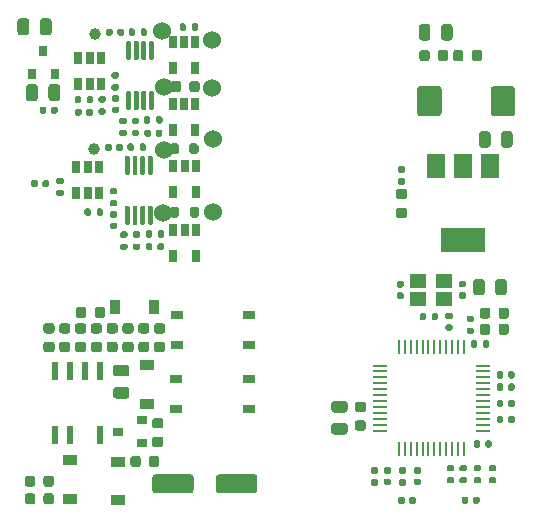
<source format=gbr>
%TF.GenerationSoftware,KiCad,Pcbnew,5.1.9+dfsg1-1*%
%TF.CreationDate,2022-10-18T14:52:04+03:00*%
%TF.ProjectId,Anemometr,416e656d-6f6d-4657-9472-2e6b69636164,rev?*%
%TF.SameCoordinates,Original*%
%TF.FileFunction,Soldermask,Top*%
%TF.FilePolarity,Negative*%
%FSLAX46Y46*%
G04 Gerber Fmt 4.6, Leading zero omitted, Abs format (unit mm)*
G04 Created by KiCad (PCBNEW 5.1.9+dfsg1-1) date 2022-10-18 14:52:04*
%MOMM*%
%LPD*%
G01*
G04 APERTURE LIST*
%ADD10C,1.000000*%
%ADD11R,0.650000X1.060000*%
%ADD12R,0.800000X0.900000*%
%ADD13R,1.400000X1.200000*%
%ADD14R,1.500000X2.000000*%
%ADD15R,3.800000X2.000000*%
%ADD16C,1.524000*%
%ADD17R,0.250000X1.300000*%
%ADD18R,1.300000X0.250000*%
%ADD19R,1.000000X0.800000*%
%ADD20R,0.900000X0.800000*%
%ADD21R,1.200000X0.900000*%
%ADD22R,0.600000X1.550000*%
%ADD23R,0.900000X1.200000*%
G04 APERTURE END LIST*
%TO.C,R5*%
G36*
G01*
X35460000Y-62265000D02*
X35460000Y-61895000D01*
G75*
G02*
X35595000Y-61760000I135000J0D01*
G01*
X35865000Y-61760000D01*
G75*
G02*
X36000000Y-61895000I0J-135000D01*
G01*
X36000000Y-62265000D01*
G75*
G02*
X35865000Y-62400000I-135000J0D01*
G01*
X35595000Y-62400000D01*
G75*
G02*
X35460000Y-62265000I0J135000D01*
G01*
G37*
G36*
G01*
X34440000Y-62265000D02*
X34440000Y-61895000D01*
G75*
G02*
X34575000Y-61760000I135000J0D01*
G01*
X34845000Y-61760000D01*
G75*
G02*
X34980000Y-61895000I0J-135000D01*
G01*
X34980000Y-62265000D01*
G75*
G02*
X34845000Y-62400000I-135000J0D01*
G01*
X34575000Y-62400000D01*
G75*
G02*
X34440000Y-62265000I0J135000D01*
G01*
G37*
%TD*%
D10*
%TO.C,J26*%
X27210000Y-72360000D03*
%TD*%
%TO.C,J25*%
X27260000Y-62690000D03*
%TD*%
%TO.C,C47*%
G36*
G01*
X28770000Y-62340000D02*
X28770000Y-62680000D01*
G75*
G02*
X28630000Y-62820000I-140000J0D01*
G01*
X28350000Y-62820000D01*
G75*
G02*
X28210000Y-62680000I0J140000D01*
G01*
X28210000Y-62340000D01*
G75*
G02*
X28350000Y-62200000I140000J0D01*
G01*
X28630000Y-62200000D01*
G75*
G02*
X28770000Y-62340000I0J-140000D01*
G01*
G37*
G36*
G01*
X29730000Y-62340000D02*
X29730000Y-62680000D01*
G75*
G02*
X29590000Y-62820000I-140000J0D01*
G01*
X29310000Y-62820000D01*
G75*
G02*
X29170000Y-62680000I0J140000D01*
G01*
X29170000Y-62340000D01*
G75*
G02*
X29310000Y-62200000I140000J0D01*
G01*
X29590000Y-62200000D01*
G75*
G02*
X29730000Y-62340000I0J-140000D01*
G01*
G37*
%TD*%
%TO.C,C41*%
G36*
G01*
X28690000Y-72090000D02*
X28690000Y-72430000D01*
G75*
G02*
X28550000Y-72570000I-140000J0D01*
G01*
X28270000Y-72570000D01*
G75*
G02*
X28130000Y-72430000I0J140000D01*
G01*
X28130000Y-72090000D01*
G75*
G02*
X28270000Y-71950000I140000J0D01*
G01*
X28550000Y-71950000D01*
G75*
G02*
X28690000Y-72090000I0J-140000D01*
G01*
G37*
G36*
G01*
X29650000Y-72090000D02*
X29650000Y-72430000D01*
G75*
G02*
X29510000Y-72570000I-140000J0D01*
G01*
X29230000Y-72570000D01*
G75*
G02*
X29090000Y-72430000I0J140000D01*
G01*
X29090000Y-72090000D01*
G75*
G02*
X29230000Y-71950000I140000J0D01*
G01*
X29510000Y-71950000D01*
G75*
G02*
X29650000Y-72090000I0J-140000D01*
G01*
G37*
%TD*%
D11*
%TO.C,U3*%
X35770000Y-68605166D03*
X34820000Y-68605166D03*
X33870000Y-68605166D03*
X33870000Y-70805166D03*
X35770000Y-70805166D03*
%TD*%
D12*
%TO.C,U8*%
X22910000Y-64060000D03*
X23860000Y-66060000D03*
X21960000Y-66060000D03*
%TD*%
%TO.C,C61*%
G36*
G01*
X23340000Y-68105000D02*
X23340000Y-67155000D01*
G75*
G02*
X23590000Y-66905000I250000J0D01*
G01*
X24090000Y-66905000D01*
G75*
G02*
X24340000Y-67155000I0J-250000D01*
G01*
X24340000Y-68105000D01*
G75*
G02*
X24090000Y-68355000I-250000J0D01*
G01*
X23590000Y-68355000D01*
G75*
G02*
X23340000Y-68105000I0J250000D01*
G01*
G37*
G36*
G01*
X21440000Y-68105000D02*
X21440000Y-67155000D01*
G75*
G02*
X21690000Y-66905000I250000J0D01*
G01*
X22190000Y-66905000D01*
G75*
G02*
X22440000Y-67155000I0J-250000D01*
G01*
X22440000Y-68105000D01*
G75*
G02*
X22190000Y-68355000I-250000J0D01*
G01*
X21690000Y-68355000D01*
G75*
G02*
X21440000Y-68105000I0J250000D01*
G01*
G37*
%TD*%
%TO.C,C60*%
G36*
G01*
X22620000Y-62525000D02*
X22620000Y-61575000D01*
G75*
G02*
X22870000Y-61325000I250000J0D01*
G01*
X23370000Y-61325000D01*
G75*
G02*
X23620000Y-61575000I0J-250000D01*
G01*
X23620000Y-62525000D01*
G75*
G02*
X23370000Y-62775000I-250000J0D01*
G01*
X22870000Y-62775000D01*
G75*
G02*
X22620000Y-62525000I0J250000D01*
G01*
G37*
G36*
G01*
X20720000Y-62525000D02*
X20720000Y-61575000D01*
G75*
G02*
X20970000Y-61325000I250000J0D01*
G01*
X21470000Y-61325000D01*
G75*
G02*
X21720000Y-61575000I0J-250000D01*
G01*
X21720000Y-62525000D01*
G75*
G02*
X21470000Y-62775000I-250000J0D01*
G01*
X20970000Y-62775000D01*
G75*
G02*
X20720000Y-62525000I0J250000D01*
G01*
G37*
%TD*%
%TO.C,D7*%
G36*
G01*
X30215000Y-64880000D02*
X30015000Y-64880000D01*
G75*
G02*
X29915000Y-64780000I0J100000D01*
G01*
X29915000Y-63355000D01*
G75*
G02*
X30015000Y-63255000I100000J0D01*
G01*
X30215000Y-63255000D01*
G75*
G02*
X30315000Y-63355000I0J-100000D01*
G01*
X30315000Y-64780000D01*
G75*
G02*
X30215000Y-64880000I-100000J0D01*
G01*
G37*
G36*
G01*
X30865000Y-64880000D02*
X30665000Y-64880000D01*
G75*
G02*
X30565000Y-64780000I0J100000D01*
G01*
X30565000Y-63355000D01*
G75*
G02*
X30665000Y-63255000I100000J0D01*
G01*
X30865000Y-63255000D01*
G75*
G02*
X30965000Y-63355000I0J-100000D01*
G01*
X30965000Y-64780000D01*
G75*
G02*
X30865000Y-64880000I-100000J0D01*
G01*
G37*
G36*
G01*
X31515000Y-64880000D02*
X31315000Y-64880000D01*
G75*
G02*
X31215000Y-64780000I0J100000D01*
G01*
X31215000Y-63355000D01*
G75*
G02*
X31315000Y-63255000I100000J0D01*
G01*
X31515000Y-63255000D01*
G75*
G02*
X31615000Y-63355000I0J-100000D01*
G01*
X31615000Y-64780000D01*
G75*
G02*
X31515000Y-64880000I-100000J0D01*
G01*
G37*
G36*
G01*
X32165000Y-64880000D02*
X31965000Y-64880000D01*
G75*
G02*
X31865000Y-64780000I0J100000D01*
G01*
X31865000Y-63355000D01*
G75*
G02*
X31965000Y-63255000I100000J0D01*
G01*
X32165000Y-63255000D01*
G75*
G02*
X32265000Y-63355000I0J-100000D01*
G01*
X32265000Y-64780000D01*
G75*
G02*
X32165000Y-64880000I-100000J0D01*
G01*
G37*
G36*
G01*
X32165000Y-69105000D02*
X31965000Y-69105000D01*
G75*
G02*
X31865000Y-69005000I0J100000D01*
G01*
X31865000Y-67580000D01*
G75*
G02*
X31965000Y-67480000I100000J0D01*
G01*
X32165000Y-67480000D01*
G75*
G02*
X32265000Y-67580000I0J-100000D01*
G01*
X32265000Y-69005000D01*
G75*
G02*
X32165000Y-69105000I-100000J0D01*
G01*
G37*
G36*
G01*
X31515000Y-69105000D02*
X31315000Y-69105000D01*
G75*
G02*
X31215000Y-69005000I0J100000D01*
G01*
X31215000Y-67580000D01*
G75*
G02*
X31315000Y-67480000I100000J0D01*
G01*
X31515000Y-67480000D01*
G75*
G02*
X31615000Y-67580000I0J-100000D01*
G01*
X31615000Y-69005000D01*
G75*
G02*
X31515000Y-69105000I-100000J0D01*
G01*
G37*
G36*
G01*
X30865000Y-69105000D02*
X30665000Y-69105000D01*
G75*
G02*
X30565000Y-69005000I0J100000D01*
G01*
X30565000Y-67580000D01*
G75*
G02*
X30665000Y-67480000I100000J0D01*
G01*
X30865000Y-67480000D01*
G75*
G02*
X30965000Y-67580000I0J-100000D01*
G01*
X30965000Y-69005000D01*
G75*
G02*
X30865000Y-69105000I-100000J0D01*
G01*
G37*
G36*
G01*
X30215000Y-69105000D02*
X30015000Y-69105000D01*
G75*
G02*
X29915000Y-69005000I0J100000D01*
G01*
X29915000Y-67580000D01*
G75*
G02*
X30015000Y-67480000I100000J0D01*
G01*
X30215000Y-67480000D01*
G75*
G02*
X30315000Y-67580000I0J-100000D01*
G01*
X30315000Y-69005000D01*
G75*
G02*
X30215000Y-69105000I-100000J0D01*
G01*
G37*
%TD*%
%TO.C,R37*%
G36*
G01*
X27695000Y-68950000D02*
X28065000Y-68950000D01*
G75*
G02*
X28200000Y-69085000I0J-135000D01*
G01*
X28200000Y-69355000D01*
G75*
G02*
X28065000Y-69490000I-135000J0D01*
G01*
X27695000Y-69490000D01*
G75*
G02*
X27560000Y-69355000I0J135000D01*
G01*
X27560000Y-69085000D01*
G75*
G02*
X27695000Y-68950000I135000J0D01*
G01*
G37*
G36*
G01*
X27695000Y-67930000D02*
X28065000Y-67930000D01*
G75*
G02*
X28200000Y-68065000I0J-135000D01*
G01*
X28200000Y-68335000D01*
G75*
G02*
X28065000Y-68470000I-135000J0D01*
G01*
X27695000Y-68470000D01*
G75*
G02*
X27560000Y-68335000I0J135000D01*
G01*
X27560000Y-68065000D01*
G75*
G02*
X27695000Y-67930000I135000J0D01*
G01*
G37*
%TD*%
%TO.C,R49*%
G36*
G01*
X26930000Y-77555000D02*
X26930000Y-77925000D01*
G75*
G02*
X26795000Y-78060000I-135000J0D01*
G01*
X26525000Y-78060000D01*
G75*
G02*
X26390000Y-77925000I0J135000D01*
G01*
X26390000Y-77555000D01*
G75*
G02*
X26525000Y-77420000I135000J0D01*
G01*
X26795000Y-77420000D01*
G75*
G02*
X26930000Y-77555000I0J-135000D01*
G01*
G37*
G36*
G01*
X27950000Y-77555000D02*
X27950000Y-77925000D01*
G75*
G02*
X27815000Y-78060000I-135000J0D01*
G01*
X27545000Y-78060000D01*
G75*
G02*
X27410000Y-77925000I0J135000D01*
G01*
X27410000Y-77555000D01*
G75*
G02*
X27545000Y-77420000I135000J0D01*
G01*
X27815000Y-77420000D01*
G75*
G02*
X27950000Y-77555000I0J-135000D01*
G01*
G37*
%TD*%
%TO.C,R51*%
G36*
G01*
X26570000Y-68405000D02*
X26570000Y-68035000D01*
G75*
G02*
X26705000Y-67900000I135000J0D01*
G01*
X26975000Y-67900000D01*
G75*
G02*
X27110000Y-68035000I0J-135000D01*
G01*
X27110000Y-68405000D01*
G75*
G02*
X26975000Y-68540000I-135000J0D01*
G01*
X26705000Y-68540000D01*
G75*
G02*
X26570000Y-68405000I0J135000D01*
G01*
G37*
G36*
G01*
X25550000Y-68405000D02*
X25550000Y-68035000D01*
G75*
G02*
X25685000Y-67900000I135000J0D01*
G01*
X25955000Y-67900000D01*
G75*
G02*
X26090000Y-68035000I0J-135000D01*
G01*
X26090000Y-68405000D01*
G75*
G02*
X25955000Y-68540000I-135000J0D01*
G01*
X25685000Y-68540000D01*
G75*
G02*
X25550000Y-68405000I0J135000D01*
G01*
G37*
%TD*%
%TO.C,R50*%
G36*
G01*
X24125000Y-75860000D02*
X24495000Y-75860000D01*
G75*
G02*
X24630000Y-75995000I0J-135000D01*
G01*
X24630000Y-76265000D01*
G75*
G02*
X24495000Y-76400000I-135000J0D01*
G01*
X24125000Y-76400000D01*
G75*
G02*
X23990000Y-76265000I0J135000D01*
G01*
X23990000Y-75995000D01*
G75*
G02*
X24125000Y-75860000I135000J0D01*
G01*
G37*
G36*
G01*
X24125000Y-74840000D02*
X24495000Y-74840000D01*
G75*
G02*
X24630000Y-74975000I0J-135000D01*
G01*
X24630000Y-75245000D01*
G75*
G02*
X24495000Y-75380000I-135000J0D01*
G01*
X24125000Y-75380000D01*
G75*
G02*
X23990000Y-75245000I0J135000D01*
G01*
X23990000Y-74975000D01*
G75*
G02*
X24125000Y-74840000I135000J0D01*
G01*
G37*
%TD*%
%TO.C,C52*%
G36*
G01*
X26540000Y-69460000D02*
X26540000Y-69120000D01*
G75*
G02*
X26680000Y-68980000I140000J0D01*
G01*
X26960000Y-68980000D01*
G75*
G02*
X27100000Y-69120000I0J-140000D01*
G01*
X27100000Y-69460000D01*
G75*
G02*
X26960000Y-69600000I-140000J0D01*
G01*
X26680000Y-69600000D01*
G75*
G02*
X26540000Y-69460000I0J140000D01*
G01*
G37*
G36*
G01*
X25580000Y-69460000D02*
X25580000Y-69120000D01*
G75*
G02*
X25720000Y-68980000I140000J0D01*
G01*
X26000000Y-68980000D01*
G75*
G02*
X26140000Y-69120000I0J-140000D01*
G01*
X26140000Y-69460000D01*
G75*
G02*
X26000000Y-69600000I-140000J0D01*
G01*
X25720000Y-69600000D01*
G75*
G02*
X25580000Y-69460000I0J140000D01*
G01*
G37*
%TD*%
D11*
%TO.C,U7*%
X35810000Y-81440000D03*
X33910000Y-81440000D03*
X33910000Y-79240000D03*
X34860000Y-79240000D03*
X35810000Y-79240000D03*
%TD*%
%TO.C,U5*%
X35810000Y-76050000D03*
X33910000Y-76050000D03*
X33910000Y-73850000D03*
X34860000Y-73850000D03*
X35810000Y-73850000D03*
%TD*%
%TO.C,R48*%
G36*
G01*
X30570000Y-72065000D02*
X30570000Y-72435000D01*
G75*
G02*
X30435000Y-72570000I-135000J0D01*
G01*
X30165000Y-72570000D01*
G75*
G02*
X30030000Y-72435000I0J135000D01*
G01*
X30030000Y-72065000D01*
G75*
G02*
X30165000Y-71930000I135000J0D01*
G01*
X30435000Y-71930000D01*
G75*
G02*
X30570000Y-72065000I0J-135000D01*
G01*
G37*
G36*
G01*
X31590000Y-72065000D02*
X31590000Y-72435000D01*
G75*
G02*
X31455000Y-72570000I-135000J0D01*
G01*
X31185000Y-72570000D01*
G75*
G02*
X31050000Y-72435000I0J135000D01*
G01*
X31050000Y-72065000D01*
G75*
G02*
X31185000Y-71930000I135000J0D01*
G01*
X31455000Y-71930000D01*
G75*
G02*
X31590000Y-72065000I0J-135000D01*
G01*
G37*
%TD*%
%TO.C,R47*%
G36*
G01*
X28665000Y-76720000D02*
X29035000Y-76720000D01*
G75*
G02*
X29170000Y-76855000I0J-135000D01*
G01*
X29170000Y-77125000D01*
G75*
G02*
X29035000Y-77260000I-135000J0D01*
G01*
X28665000Y-77260000D01*
G75*
G02*
X28530000Y-77125000I0J135000D01*
G01*
X28530000Y-76855000D01*
G75*
G02*
X28665000Y-76720000I135000J0D01*
G01*
G37*
G36*
G01*
X28665000Y-75700000D02*
X29035000Y-75700000D01*
G75*
G02*
X29170000Y-75835000I0J-135000D01*
G01*
X29170000Y-76105000D01*
G75*
G02*
X29035000Y-76240000I-135000J0D01*
G01*
X28665000Y-76240000D01*
G75*
G02*
X28530000Y-76105000I0J135000D01*
G01*
X28530000Y-75835000D01*
G75*
G02*
X28665000Y-75700000I135000J0D01*
G01*
G37*
%TD*%
%TO.C,R46*%
G36*
G01*
X29905000Y-79920000D02*
X29535000Y-79920000D01*
G75*
G02*
X29400000Y-79785000I0J135000D01*
G01*
X29400000Y-79515000D01*
G75*
G02*
X29535000Y-79380000I135000J0D01*
G01*
X29905000Y-79380000D01*
G75*
G02*
X30040000Y-79515000I0J-135000D01*
G01*
X30040000Y-79785000D01*
G75*
G02*
X29905000Y-79920000I-135000J0D01*
G01*
G37*
G36*
G01*
X29905000Y-80940000D02*
X29535000Y-80940000D01*
G75*
G02*
X29400000Y-80805000I0J135000D01*
G01*
X29400000Y-80535000D01*
G75*
G02*
X29535000Y-80400000I135000J0D01*
G01*
X29905000Y-80400000D01*
G75*
G02*
X30040000Y-80535000I0J-135000D01*
G01*
X30040000Y-80805000D01*
G75*
G02*
X29905000Y-80940000I-135000J0D01*
G01*
G37*
%TD*%
%TO.C,R45*%
G36*
G01*
X30975000Y-79920000D02*
X30605000Y-79920000D01*
G75*
G02*
X30470000Y-79785000I0J135000D01*
G01*
X30470000Y-79515000D01*
G75*
G02*
X30605000Y-79380000I135000J0D01*
G01*
X30975000Y-79380000D01*
G75*
G02*
X31110000Y-79515000I0J-135000D01*
G01*
X31110000Y-79785000D01*
G75*
G02*
X30975000Y-79920000I-135000J0D01*
G01*
G37*
G36*
G01*
X30975000Y-80940000D02*
X30605000Y-80940000D01*
G75*
G02*
X30470000Y-80805000I0J135000D01*
G01*
X30470000Y-80535000D01*
G75*
G02*
X30605000Y-80400000I135000J0D01*
G01*
X30975000Y-80400000D01*
G75*
G02*
X31110000Y-80535000I0J-135000D01*
G01*
X31110000Y-80805000D01*
G75*
G02*
X30975000Y-80940000I-135000J0D01*
G01*
G37*
%TD*%
%TO.C,R31*%
G36*
G01*
X32590000Y-79795000D02*
X32590000Y-79425000D01*
G75*
G02*
X32725000Y-79290000I135000J0D01*
G01*
X32995000Y-79290000D01*
G75*
G02*
X33130000Y-79425000I0J-135000D01*
G01*
X33130000Y-79795000D01*
G75*
G02*
X32995000Y-79930000I-135000J0D01*
G01*
X32725000Y-79930000D01*
G75*
G02*
X32590000Y-79795000I0J135000D01*
G01*
G37*
G36*
G01*
X31570000Y-79795000D02*
X31570000Y-79425000D01*
G75*
G02*
X31705000Y-79290000I135000J0D01*
G01*
X31975000Y-79290000D01*
G75*
G02*
X32110000Y-79425000I0J-135000D01*
G01*
X32110000Y-79795000D01*
G75*
G02*
X31975000Y-79930000I-135000J0D01*
G01*
X31705000Y-79930000D01*
G75*
G02*
X31570000Y-79795000I0J135000D01*
G01*
G37*
%TD*%
%TO.C,R8*%
G36*
G01*
X35285000Y-78025000D02*
X35285000Y-77475000D01*
G75*
G02*
X35485000Y-77275000I200000J0D01*
G01*
X35885000Y-77275000D01*
G75*
G02*
X36085000Y-77475000I0J-200000D01*
G01*
X36085000Y-78025000D01*
G75*
G02*
X35885000Y-78225000I-200000J0D01*
G01*
X35485000Y-78225000D01*
G75*
G02*
X35285000Y-78025000I0J200000D01*
G01*
G37*
G36*
G01*
X33635000Y-78025000D02*
X33635000Y-77475000D01*
G75*
G02*
X33835000Y-77275000I200000J0D01*
G01*
X34235000Y-77275000D01*
G75*
G02*
X34435000Y-77475000I0J-200000D01*
G01*
X34435000Y-78025000D01*
G75*
G02*
X34235000Y-78225000I-200000J0D01*
G01*
X33835000Y-78225000D01*
G75*
G02*
X33635000Y-78025000I0J200000D01*
G01*
G37*
%TD*%
%TO.C,R7*%
G36*
G01*
X35245000Y-72655000D02*
X35245000Y-72105000D01*
G75*
G02*
X35445000Y-71905000I200000J0D01*
G01*
X35845000Y-71905000D01*
G75*
G02*
X36045000Y-72105000I0J-200000D01*
G01*
X36045000Y-72655000D01*
G75*
G02*
X35845000Y-72855000I-200000J0D01*
G01*
X35445000Y-72855000D01*
G75*
G02*
X35245000Y-72655000I0J200000D01*
G01*
G37*
G36*
G01*
X33595000Y-72655000D02*
X33595000Y-72105000D01*
G75*
G02*
X33795000Y-71905000I200000J0D01*
G01*
X34195000Y-71905000D01*
G75*
G02*
X34395000Y-72105000I0J-200000D01*
G01*
X34395000Y-72655000D01*
G75*
G02*
X34195000Y-72855000I-200000J0D01*
G01*
X33795000Y-72855000D01*
G75*
G02*
X33595000Y-72655000I0J200000D01*
G01*
G37*
%TD*%
%TO.C,D21*%
X26650000Y-73920000D03*
X25700000Y-73920000D03*
X27600000Y-73920000D03*
X27600000Y-76120000D03*
X26650000Y-76120000D03*
X25700000Y-76120000D03*
%TD*%
%TO.C,D20*%
X26820000Y-64700000D03*
X25870000Y-64700000D03*
X27770000Y-64700000D03*
X27770000Y-66900000D03*
X26820000Y-66900000D03*
X25870000Y-66900000D03*
%TD*%
%TO.C,D19*%
G36*
G01*
X30115000Y-74600000D02*
X29915000Y-74600000D01*
G75*
G02*
X29815000Y-74500000I0J100000D01*
G01*
X29815000Y-73075000D01*
G75*
G02*
X29915000Y-72975000I100000J0D01*
G01*
X30115000Y-72975000D01*
G75*
G02*
X30215000Y-73075000I0J-100000D01*
G01*
X30215000Y-74500000D01*
G75*
G02*
X30115000Y-74600000I-100000J0D01*
G01*
G37*
G36*
G01*
X30765000Y-74600000D02*
X30565000Y-74600000D01*
G75*
G02*
X30465000Y-74500000I0J100000D01*
G01*
X30465000Y-73075000D01*
G75*
G02*
X30565000Y-72975000I100000J0D01*
G01*
X30765000Y-72975000D01*
G75*
G02*
X30865000Y-73075000I0J-100000D01*
G01*
X30865000Y-74500000D01*
G75*
G02*
X30765000Y-74600000I-100000J0D01*
G01*
G37*
G36*
G01*
X31415000Y-74600000D02*
X31215000Y-74600000D01*
G75*
G02*
X31115000Y-74500000I0J100000D01*
G01*
X31115000Y-73075000D01*
G75*
G02*
X31215000Y-72975000I100000J0D01*
G01*
X31415000Y-72975000D01*
G75*
G02*
X31515000Y-73075000I0J-100000D01*
G01*
X31515000Y-74500000D01*
G75*
G02*
X31415000Y-74600000I-100000J0D01*
G01*
G37*
G36*
G01*
X32065000Y-74600000D02*
X31865000Y-74600000D01*
G75*
G02*
X31765000Y-74500000I0J100000D01*
G01*
X31765000Y-73075000D01*
G75*
G02*
X31865000Y-72975000I100000J0D01*
G01*
X32065000Y-72975000D01*
G75*
G02*
X32165000Y-73075000I0J-100000D01*
G01*
X32165000Y-74500000D01*
G75*
G02*
X32065000Y-74600000I-100000J0D01*
G01*
G37*
G36*
G01*
X32065000Y-78825000D02*
X31865000Y-78825000D01*
G75*
G02*
X31765000Y-78725000I0J100000D01*
G01*
X31765000Y-77300000D01*
G75*
G02*
X31865000Y-77200000I100000J0D01*
G01*
X32065000Y-77200000D01*
G75*
G02*
X32165000Y-77300000I0J-100000D01*
G01*
X32165000Y-78725000D01*
G75*
G02*
X32065000Y-78825000I-100000J0D01*
G01*
G37*
G36*
G01*
X31415000Y-78825000D02*
X31215000Y-78825000D01*
G75*
G02*
X31115000Y-78725000I0J100000D01*
G01*
X31115000Y-77300000D01*
G75*
G02*
X31215000Y-77200000I100000J0D01*
G01*
X31415000Y-77200000D01*
G75*
G02*
X31515000Y-77300000I0J-100000D01*
G01*
X31515000Y-78725000D01*
G75*
G02*
X31415000Y-78825000I-100000J0D01*
G01*
G37*
G36*
G01*
X30765000Y-78825000D02*
X30565000Y-78825000D01*
G75*
G02*
X30465000Y-78725000I0J100000D01*
G01*
X30465000Y-77300000D01*
G75*
G02*
X30565000Y-77200000I100000J0D01*
G01*
X30765000Y-77200000D01*
G75*
G02*
X30865000Y-77300000I0J-100000D01*
G01*
X30865000Y-78725000D01*
G75*
G02*
X30765000Y-78825000I-100000J0D01*
G01*
G37*
G36*
G01*
X30115000Y-78825000D02*
X29915000Y-78825000D01*
G75*
G02*
X29815000Y-78725000I0J100000D01*
G01*
X29815000Y-77300000D01*
G75*
G02*
X29915000Y-77200000I100000J0D01*
G01*
X30115000Y-77200000D01*
G75*
G02*
X30215000Y-77300000I0J-100000D01*
G01*
X30215000Y-78725000D01*
G75*
G02*
X30115000Y-78825000I-100000J0D01*
G01*
G37*
%TD*%
%TO.C,C57*%
G36*
G01*
X22430000Y-75160000D02*
X22430000Y-75500000D01*
G75*
G02*
X22290000Y-75640000I-140000J0D01*
G01*
X22010000Y-75640000D01*
G75*
G02*
X21870000Y-75500000I0J140000D01*
G01*
X21870000Y-75160000D01*
G75*
G02*
X22010000Y-75020000I140000J0D01*
G01*
X22290000Y-75020000D01*
G75*
G02*
X22430000Y-75160000I0J-140000D01*
G01*
G37*
G36*
G01*
X23390000Y-75160000D02*
X23390000Y-75500000D01*
G75*
G02*
X23250000Y-75640000I-140000J0D01*
G01*
X22970000Y-75640000D01*
G75*
G02*
X22830000Y-75500000I0J140000D01*
G01*
X22830000Y-75160000D01*
G75*
G02*
X22970000Y-75020000I140000J0D01*
G01*
X23250000Y-75020000D01*
G75*
G02*
X23390000Y-75160000I0J-140000D01*
G01*
G37*
%TD*%
%TO.C,C40*%
G36*
G01*
X28690000Y-78630000D02*
X29030000Y-78630000D01*
G75*
G02*
X29170000Y-78770000I0J-140000D01*
G01*
X29170000Y-79050000D01*
G75*
G02*
X29030000Y-79190000I-140000J0D01*
G01*
X28690000Y-79190000D01*
G75*
G02*
X28550000Y-79050000I0J140000D01*
G01*
X28550000Y-78770000D01*
G75*
G02*
X28690000Y-78630000I140000J0D01*
G01*
G37*
G36*
G01*
X28690000Y-77670000D02*
X29030000Y-77670000D01*
G75*
G02*
X29170000Y-77810000I0J-140000D01*
G01*
X29170000Y-78090000D01*
G75*
G02*
X29030000Y-78230000I-140000J0D01*
G01*
X28690000Y-78230000D01*
G75*
G02*
X28550000Y-78090000I0J140000D01*
G01*
X28550000Y-77810000D01*
G75*
G02*
X28690000Y-77670000I140000J0D01*
G01*
G37*
%TD*%
%TO.C,C6*%
G36*
G01*
X32550000Y-80850000D02*
X32550000Y-80510000D01*
G75*
G02*
X32690000Y-80370000I140000J0D01*
G01*
X32970000Y-80370000D01*
G75*
G02*
X33110000Y-80510000I0J-140000D01*
G01*
X33110000Y-80850000D01*
G75*
G02*
X32970000Y-80990000I-140000J0D01*
G01*
X32690000Y-80990000D01*
G75*
G02*
X32550000Y-80850000I0J140000D01*
G01*
G37*
G36*
G01*
X31590000Y-80850000D02*
X31590000Y-80510000D01*
G75*
G02*
X31730000Y-80370000I140000J0D01*
G01*
X32010000Y-80370000D01*
G75*
G02*
X32150000Y-80510000I0J-140000D01*
G01*
X32150000Y-80850000D01*
G75*
G02*
X32010000Y-80990000I-140000J0D01*
G01*
X31730000Y-80990000D01*
G75*
G02*
X31590000Y-80850000I0J140000D01*
G01*
G37*
%TD*%
%TO.C,C51*%
G36*
G01*
X23150000Y-68940000D02*
X23150000Y-69280000D01*
G75*
G02*
X23010000Y-69420000I-140000J0D01*
G01*
X22730000Y-69420000D01*
G75*
G02*
X22590000Y-69280000I0J140000D01*
G01*
X22590000Y-68940000D01*
G75*
G02*
X22730000Y-68800000I140000J0D01*
G01*
X23010000Y-68800000D01*
G75*
G02*
X23150000Y-68940000I0J-140000D01*
G01*
G37*
G36*
G01*
X24110000Y-68940000D02*
X24110000Y-69280000D01*
G75*
G02*
X23970000Y-69420000I-140000J0D01*
G01*
X23690000Y-69420000D01*
G75*
G02*
X23550000Y-69280000I0J140000D01*
G01*
X23550000Y-68940000D01*
G75*
G02*
X23690000Y-68800000I140000J0D01*
G01*
X23970000Y-68800000D01*
G75*
G02*
X24110000Y-68940000I0J-140000D01*
G01*
G37*
%TD*%
%TO.C,R4*%
G36*
G01*
X53405000Y-74400000D02*
X53035000Y-74400000D01*
G75*
G02*
X52900000Y-74265000I0J135000D01*
G01*
X52900000Y-73995000D01*
G75*
G02*
X53035000Y-73860000I135000J0D01*
G01*
X53405000Y-73860000D01*
G75*
G02*
X53540000Y-73995000I0J-135000D01*
G01*
X53540000Y-74265000D01*
G75*
G02*
X53405000Y-74400000I-135000J0D01*
G01*
G37*
G36*
G01*
X53405000Y-75420000D02*
X53035000Y-75420000D01*
G75*
G02*
X52900000Y-75285000I0J135000D01*
G01*
X52900000Y-75015000D01*
G75*
G02*
X53035000Y-74880000I135000J0D01*
G01*
X53405000Y-74880000D01*
G75*
G02*
X53540000Y-75015000I0J-135000D01*
G01*
X53540000Y-75285000D01*
G75*
G02*
X53405000Y-75420000I-135000J0D01*
G01*
G37*
%TD*%
%TO.C,C34*%
G36*
G01*
X28850000Y-68800000D02*
X29190000Y-68800000D01*
G75*
G02*
X29330000Y-68940000I0J-140000D01*
G01*
X29330000Y-69220000D01*
G75*
G02*
X29190000Y-69360000I-140000J0D01*
G01*
X28850000Y-69360000D01*
G75*
G02*
X28710000Y-69220000I0J140000D01*
G01*
X28710000Y-68940000D01*
G75*
G02*
X28850000Y-68800000I140000J0D01*
G01*
G37*
G36*
G01*
X28850000Y-67840000D02*
X29190000Y-67840000D01*
G75*
G02*
X29330000Y-67980000I0J-140000D01*
G01*
X29330000Y-68260000D01*
G75*
G02*
X29190000Y-68400000I-140000J0D01*
G01*
X28850000Y-68400000D01*
G75*
G02*
X28710000Y-68260000I0J140000D01*
G01*
X28710000Y-67980000D01*
G75*
G02*
X28850000Y-67840000I140000J0D01*
G01*
G37*
%TD*%
%TO.C,C18*%
G36*
G01*
X32420000Y-71230000D02*
X32420000Y-70890000D01*
G75*
G02*
X32560000Y-70750000I140000J0D01*
G01*
X32840000Y-70750000D01*
G75*
G02*
X32980000Y-70890000I0J-140000D01*
G01*
X32980000Y-71230000D01*
G75*
G02*
X32840000Y-71370000I-140000J0D01*
G01*
X32560000Y-71370000D01*
G75*
G02*
X32420000Y-71230000I0J140000D01*
G01*
G37*
G36*
G01*
X31460000Y-71230000D02*
X31460000Y-70890000D01*
G75*
G02*
X31600000Y-70750000I140000J0D01*
G01*
X31880000Y-70750000D01*
G75*
G02*
X32020000Y-70890000I0J-140000D01*
G01*
X32020000Y-71230000D01*
G75*
G02*
X31880000Y-71370000I-140000J0D01*
G01*
X31600000Y-71370000D01*
G75*
G02*
X31460000Y-71230000I0J140000D01*
G01*
G37*
%TD*%
%TO.C,R33*%
G36*
G01*
X30660000Y-62325000D02*
X30660000Y-62695000D01*
G75*
G02*
X30525000Y-62830000I-135000J0D01*
G01*
X30255000Y-62830000D01*
G75*
G02*
X30120000Y-62695000I0J135000D01*
G01*
X30120000Y-62325000D01*
G75*
G02*
X30255000Y-62190000I135000J0D01*
G01*
X30525000Y-62190000D01*
G75*
G02*
X30660000Y-62325000I0J-135000D01*
G01*
G37*
G36*
G01*
X31680000Y-62325000D02*
X31680000Y-62695000D01*
G75*
G02*
X31545000Y-62830000I-135000J0D01*
G01*
X31275000Y-62830000D01*
G75*
G02*
X31140000Y-62695000I0J135000D01*
G01*
X31140000Y-62325000D01*
G75*
G02*
X31275000Y-62190000I135000J0D01*
G01*
X31545000Y-62190000D01*
G75*
G02*
X31680000Y-62325000I0J-135000D01*
G01*
G37*
%TD*%
%TO.C,R29*%
G36*
G01*
X28805000Y-66910000D02*
X29175000Y-66910000D01*
G75*
G02*
X29310000Y-67045000I0J-135000D01*
G01*
X29310000Y-67315000D01*
G75*
G02*
X29175000Y-67450000I-135000J0D01*
G01*
X28805000Y-67450000D01*
G75*
G02*
X28670000Y-67315000I0J135000D01*
G01*
X28670000Y-67045000D01*
G75*
G02*
X28805000Y-66910000I135000J0D01*
G01*
G37*
G36*
G01*
X28805000Y-65890000D02*
X29175000Y-65890000D01*
G75*
G02*
X29310000Y-66025000I0J-135000D01*
G01*
X29310000Y-66295000D01*
G75*
G02*
X29175000Y-66430000I-135000J0D01*
G01*
X28805000Y-66430000D01*
G75*
G02*
X28670000Y-66295000I0J135000D01*
G01*
X28670000Y-66025000D01*
G75*
G02*
X28805000Y-65890000I135000J0D01*
G01*
G37*
%TD*%
%TO.C,R25*%
G36*
G01*
X29835000Y-70280000D02*
X29465000Y-70280000D01*
G75*
G02*
X29330000Y-70145000I0J135000D01*
G01*
X29330000Y-69875000D01*
G75*
G02*
X29465000Y-69740000I135000J0D01*
G01*
X29835000Y-69740000D01*
G75*
G02*
X29970000Y-69875000I0J-135000D01*
G01*
X29970000Y-70145000D01*
G75*
G02*
X29835000Y-70280000I-135000J0D01*
G01*
G37*
G36*
G01*
X29835000Y-71300000D02*
X29465000Y-71300000D01*
G75*
G02*
X29330000Y-71165000I0J135000D01*
G01*
X29330000Y-70895000D01*
G75*
G02*
X29465000Y-70760000I135000J0D01*
G01*
X29835000Y-70760000D01*
G75*
G02*
X29970000Y-70895000I0J-135000D01*
G01*
X29970000Y-71165000D01*
G75*
G02*
X29835000Y-71300000I-135000J0D01*
G01*
G37*
%TD*%
%TO.C,R20*%
G36*
G01*
X30895000Y-70290000D02*
X30525000Y-70290000D01*
G75*
G02*
X30390000Y-70155000I0J135000D01*
G01*
X30390000Y-69885000D01*
G75*
G02*
X30525000Y-69750000I135000J0D01*
G01*
X30895000Y-69750000D01*
G75*
G02*
X31030000Y-69885000I0J-135000D01*
G01*
X31030000Y-70155000D01*
G75*
G02*
X30895000Y-70290000I-135000J0D01*
G01*
G37*
G36*
G01*
X30895000Y-71310000D02*
X30525000Y-71310000D01*
G75*
G02*
X30390000Y-71175000I0J135000D01*
G01*
X30390000Y-70905000D01*
G75*
G02*
X30525000Y-70770000I135000J0D01*
G01*
X30895000Y-70770000D01*
G75*
G02*
X31030000Y-70905000I0J-135000D01*
G01*
X31030000Y-71175000D01*
G75*
G02*
X30895000Y-71310000I-135000J0D01*
G01*
G37*
%TD*%
%TO.C,R13*%
G36*
G01*
X32460000Y-70125000D02*
X32460000Y-69755000D01*
G75*
G02*
X32595000Y-69620000I135000J0D01*
G01*
X32865000Y-69620000D01*
G75*
G02*
X33000000Y-69755000I0J-135000D01*
G01*
X33000000Y-70125000D01*
G75*
G02*
X32865000Y-70260000I-135000J0D01*
G01*
X32595000Y-70260000D01*
G75*
G02*
X32460000Y-70125000I0J135000D01*
G01*
G37*
G36*
G01*
X31440000Y-70125000D02*
X31440000Y-69755000D01*
G75*
G02*
X31575000Y-69620000I135000J0D01*
G01*
X31845000Y-69620000D01*
G75*
G02*
X31980000Y-69755000I0J-135000D01*
G01*
X31980000Y-70125000D01*
G75*
G02*
X31845000Y-70260000I-135000J0D01*
G01*
X31575000Y-70260000D01*
G75*
G02*
X31440000Y-70125000I0J135000D01*
G01*
G37*
%TD*%
D13*
%TO.C,Y2*%
X54670000Y-83535000D03*
X56870000Y-83535000D03*
X56870000Y-85135000D03*
X54670000Y-85135000D03*
%TD*%
%TO.C,R18*%
G36*
G01*
X59840220Y-99698880D02*
X59470220Y-99698880D01*
G75*
G02*
X59335220Y-99563880I0J135000D01*
G01*
X59335220Y-99293880D01*
G75*
G02*
X59470220Y-99158880I135000J0D01*
G01*
X59840220Y-99158880D01*
G75*
G02*
X59975220Y-99293880I0J-135000D01*
G01*
X59975220Y-99563880D01*
G75*
G02*
X59840220Y-99698880I-135000J0D01*
G01*
G37*
G36*
G01*
X59840220Y-100718880D02*
X59470220Y-100718880D01*
G75*
G02*
X59335220Y-100583880I0J135000D01*
G01*
X59335220Y-100313880D01*
G75*
G02*
X59470220Y-100178880I135000J0D01*
G01*
X59840220Y-100178880D01*
G75*
G02*
X59975220Y-100313880I0J-135000D01*
G01*
X59975220Y-100583880D01*
G75*
G02*
X59840220Y-100718880I-135000J0D01*
G01*
G37*
%TD*%
%TO.C,R14*%
G36*
G01*
X51138660Y-99876360D02*
X50768660Y-99876360D01*
G75*
G02*
X50633660Y-99741360I0J135000D01*
G01*
X50633660Y-99471360D01*
G75*
G02*
X50768660Y-99336360I135000J0D01*
G01*
X51138660Y-99336360D01*
G75*
G02*
X51273660Y-99471360I0J-135000D01*
G01*
X51273660Y-99741360D01*
G75*
G02*
X51138660Y-99876360I-135000J0D01*
G01*
G37*
G36*
G01*
X51138660Y-100896360D02*
X50768660Y-100896360D01*
G75*
G02*
X50633660Y-100761360I0J135000D01*
G01*
X50633660Y-100491360D01*
G75*
G02*
X50768660Y-100356360I135000J0D01*
G01*
X51138660Y-100356360D01*
G75*
G02*
X51273660Y-100491360I0J-135000D01*
G01*
X51273660Y-100761360D01*
G75*
G02*
X51138660Y-100896360I-135000J0D01*
G01*
G37*
%TD*%
%TO.C,R12*%
G36*
G01*
X53493240Y-99876360D02*
X53123240Y-99876360D01*
G75*
G02*
X52988240Y-99741360I0J135000D01*
G01*
X52988240Y-99471360D01*
G75*
G02*
X53123240Y-99336360I135000J0D01*
G01*
X53493240Y-99336360D01*
G75*
G02*
X53628240Y-99471360I0J-135000D01*
G01*
X53628240Y-99741360D01*
G75*
G02*
X53493240Y-99876360I-135000J0D01*
G01*
G37*
G36*
G01*
X53493240Y-100896360D02*
X53123240Y-100896360D01*
G75*
G02*
X52988240Y-100761360I0J135000D01*
G01*
X52988240Y-100491360D01*
G75*
G02*
X53123240Y-100356360I135000J0D01*
G01*
X53493240Y-100356360D01*
G75*
G02*
X53628240Y-100491360I0J-135000D01*
G01*
X53628240Y-100761360D01*
G75*
G02*
X53493240Y-100896360I-135000J0D01*
G01*
G37*
%TD*%
%TO.C,R11*%
G36*
G01*
X57556760Y-99698880D02*
X57186760Y-99698880D01*
G75*
G02*
X57051760Y-99563880I0J135000D01*
G01*
X57051760Y-99293880D01*
G75*
G02*
X57186760Y-99158880I135000J0D01*
G01*
X57556760Y-99158880D01*
G75*
G02*
X57691760Y-99293880I0J-135000D01*
G01*
X57691760Y-99563880D01*
G75*
G02*
X57556760Y-99698880I-135000J0D01*
G01*
G37*
G36*
G01*
X57556760Y-100718880D02*
X57186760Y-100718880D01*
G75*
G02*
X57051760Y-100583880I0J135000D01*
G01*
X57051760Y-100313880D01*
G75*
G02*
X57186760Y-100178880I135000J0D01*
G01*
X57556760Y-100178880D01*
G75*
G02*
X57691760Y-100313880I0J-135000D01*
G01*
X57691760Y-100583880D01*
G75*
G02*
X57556760Y-100718880I-135000J0D01*
G01*
G37*
%TD*%
%TO.C,R10*%
G36*
G01*
X61130540Y-99698880D02*
X60760540Y-99698880D01*
G75*
G02*
X60625540Y-99563880I0J135000D01*
G01*
X60625540Y-99293880D01*
G75*
G02*
X60760540Y-99158880I135000J0D01*
G01*
X61130540Y-99158880D01*
G75*
G02*
X61265540Y-99293880I0J-135000D01*
G01*
X61265540Y-99563880D01*
G75*
G02*
X61130540Y-99698880I-135000J0D01*
G01*
G37*
G36*
G01*
X61130540Y-100718880D02*
X60760540Y-100718880D01*
G75*
G02*
X60625540Y-100583880I0J135000D01*
G01*
X60625540Y-100313880D01*
G75*
G02*
X60760540Y-100178880I135000J0D01*
G01*
X61130540Y-100178880D01*
G75*
G02*
X61265540Y-100313880I0J-135000D01*
G01*
X61265540Y-100583880D01*
G75*
G02*
X61130540Y-100718880I-135000J0D01*
G01*
G37*
%TD*%
%TO.C,R9*%
G36*
G01*
X58638800Y-99698880D02*
X58268800Y-99698880D01*
G75*
G02*
X58133800Y-99563880I0J135000D01*
G01*
X58133800Y-99293880D01*
G75*
G02*
X58268800Y-99158880I135000J0D01*
G01*
X58638800Y-99158880D01*
G75*
G02*
X58773800Y-99293880I0J-135000D01*
G01*
X58773800Y-99563880D01*
G75*
G02*
X58638800Y-99698880I-135000J0D01*
G01*
G37*
G36*
G01*
X58638800Y-100718880D02*
X58268800Y-100718880D01*
G75*
G02*
X58133800Y-100583880I0J135000D01*
G01*
X58133800Y-100313880D01*
G75*
G02*
X58268800Y-100178880I135000J0D01*
G01*
X58638800Y-100178880D01*
G75*
G02*
X58773800Y-100313880I0J-135000D01*
G01*
X58773800Y-100583880D01*
G75*
G02*
X58638800Y-100718880I-135000J0D01*
G01*
G37*
%TD*%
%TO.C,C26*%
G36*
G01*
X51860620Y-100296360D02*
X52200620Y-100296360D01*
G75*
G02*
X52340620Y-100436360I0J-140000D01*
G01*
X52340620Y-100716360D01*
G75*
G02*
X52200620Y-100856360I-140000J0D01*
G01*
X51860620Y-100856360D01*
G75*
G02*
X51720620Y-100716360I0J140000D01*
G01*
X51720620Y-100436360D01*
G75*
G02*
X51860620Y-100296360I140000J0D01*
G01*
G37*
G36*
G01*
X51860620Y-99336360D02*
X52200620Y-99336360D01*
G75*
G02*
X52340620Y-99476360I0J-140000D01*
G01*
X52340620Y-99756360D01*
G75*
G02*
X52200620Y-99896360I-140000J0D01*
G01*
X51860620Y-99896360D01*
G75*
G02*
X51720620Y-99756360I0J140000D01*
G01*
X51720620Y-99476360D01*
G75*
G02*
X51860620Y-99336360I140000J0D01*
G01*
G37*
%TD*%
%TO.C,C25*%
G36*
G01*
X54408240Y-100296360D02*
X54748240Y-100296360D01*
G75*
G02*
X54888240Y-100436360I0J-140000D01*
G01*
X54888240Y-100716360D01*
G75*
G02*
X54748240Y-100856360I-140000J0D01*
G01*
X54408240Y-100856360D01*
G75*
G02*
X54268240Y-100716360I0J140000D01*
G01*
X54268240Y-100436360D01*
G75*
G02*
X54408240Y-100296360I140000J0D01*
G01*
G37*
G36*
G01*
X54408240Y-99336360D02*
X54748240Y-99336360D01*
G75*
G02*
X54888240Y-99476360I0J-140000D01*
G01*
X54888240Y-99756360D01*
G75*
G02*
X54748240Y-99896360I-140000J0D01*
G01*
X54408240Y-99896360D01*
G75*
G02*
X54268240Y-99756360I0J140000D01*
G01*
X54268240Y-99476360D01*
G75*
G02*
X54408240Y-99336360I140000J0D01*
G01*
G37*
%TD*%
%TO.C,C20*%
G36*
G01*
X58885480Y-101960860D02*
X58885480Y-102300860D01*
G75*
G02*
X58745480Y-102440860I-140000J0D01*
G01*
X58465480Y-102440860D01*
G75*
G02*
X58325480Y-102300860I0J140000D01*
G01*
X58325480Y-101960860D01*
G75*
G02*
X58465480Y-101820860I140000J0D01*
G01*
X58745480Y-101820860D01*
G75*
G02*
X58885480Y-101960860I0J-140000D01*
G01*
G37*
G36*
G01*
X59845480Y-101960860D02*
X59845480Y-102300860D01*
G75*
G02*
X59705480Y-102440860I-140000J0D01*
G01*
X59425480Y-102440860D01*
G75*
G02*
X59285480Y-102300860I0J140000D01*
G01*
X59285480Y-101960860D01*
G75*
G02*
X59425480Y-101820860I140000J0D01*
G01*
X59705480Y-101820860D01*
G75*
G02*
X59845480Y-101960860I0J-140000D01*
G01*
G37*
%TD*%
%TO.C,C16*%
G36*
G01*
X53493060Y-101988800D02*
X53493060Y-102328800D01*
G75*
G02*
X53353060Y-102468800I-140000J0D01*
G01*
X53073060Y-102468800D01*
G75*
G02*
X52933060Y-102328800I0J140000D01*
G01*
X52933060Y-101988800D01*
G75*
G02*
X53073060Y-101848800I140000J0D01*
G01*
X53353060Y-101848800D01*
G75*
G02*
X53493060Y-101988800I0J-140000D01*
G01*
G37*
G36*
G01*
X54453060Y-101988800D02*
X54453060Y-102328800D01*
G75*
G02*
X54313060Y-102468800I-140000J0D01*
G01*
X54033060Y-102468800D01*
G75*
G02*
X53893060Y-102328800I0J140000D01*
G01*
X53893060Y-101988800D01*
G75*
G02*
X54033060Y-101848800I140000J0D01*
G01*
X54313060Y-101848800D01*
G75*
G02*
X54453060Y-101988800I0J-140000D01*
G01*
G37*
%TD*%
%TO.C,C43*%
G36*
G01*
X62252200Y-94124600D02*
X62252200Y-93784600D01*
G75*
G02*
X62392200Y-93644600I140000J0D01*
G01*
X62672200Y-93644600D01*
G75*
G02*
X62812200Y-93784600I0J-140000D01*
G01*
X62812200Y-94124600D01*
G75*
G02*
X62672200Y-94264600I-140000J0D01*
G01*
X62392200Y-94264600D01*
G75*
G02*
X62252200Y-94124600I0J140000D01*
G01*
G37*
G36*
G01*
X61292200Y-94124600D02*
X61292200Y-93784600D01*
G75*
G02*
X61432200Y-93644600I140000J0D01*
G01*
X61712200Y-93644600D01*
G75*
G02*
X61852200Y-93784600I0J-140000D01*
G01*
X61852200Y-94124600D01*
G75*
G02*
X61712200Y-94264600I-140000J0D01*
G01*
X61432200Y-94264600D01*
G75*
G02*
X61292200Y-94124600I0J140000D01*
G01*
G37*
%TD*%
%TO.C,C15*%
G36*
G01*
X50014850Y-96246400D02*
X49502350Y-96246400D01*
G75*
G02*
X49283600Y-96027650I0J218750D01*
G01*
X49283600Y-95590150D01*
G75*
G02*
X49502350Y-95371400I218750J0D01*
G01*
X50014850Y-95371400D01*
G75*
G02*
X50233600Y-95590150I0J-218750D01*
G01*
X50233600Y-96027650D01*
G75*
G02*
X50014850Y-96246400I-218750J0D01*
G01*
G37*
G36*
G01*
X50014850Y-94671400D02*
X49502350Y-94671400D01*
G75*
G02*
X49283600Y-94452650I0J218750D01*
G01*
X49283600Y-94015150D01*
G75*
G02*
X49502350Y-93796400I218750J0D01*
G01*
X50014850Y-93796400D01*
G75*
G02*
X50233600Y-94015150I0J-218750D01*
G01*
X50233600Y-94452650D01*
G75*
G02*
X50014850Y-94671400I-218750J0D01*
G01*
G37*
%TD*%
%TO.C,R1*%
G36*
G01*
X55310000Y-86405000D02*
X55310000Y-86775000D01*
G75*
G02*
X55175000Y-86910000I-135000J0D01*
G01*
X54905000Y-86910000D01*
G75*
G02*
X54770000Y-86775000I0J135000D01*
G01*
X54770000Y-86405000D01*
G75*
G02*
X54905000Y-86270000I135000J0D01*
G01*
X55175000Y-86270000D01*
G75*
G02*
X55310000Y-86405000I0J-135000D01*
G01*
G37*
G36*
G01*
X56330000Y-86405000D02*
X56330000Y-86775000D01*
G75*
G02*
X56195000Y-86910000I-135000J0D01*
G01*
X55925000Y-86910000D01*
G75*
G02*
X55790000Y-86775000I0J135000D01*
G01*
X55790000Y-86405000D01*
G75*
G02*
X55925000Y-86270000I135000J0D01*
G01*
X56195000Y-86270000D01*
G75*
G02*
X56330000Y-86405000I0J-135000D01*
G01*
G37*
%TD*%
%TO.C,C7*%
G36*
G01*
X58210000Y-84520000D02*
X58550000Y-84520000D01*
G75*
G02*
X58690000Y-84660000I0J-140000D01*
G01*
X58690000Y-84940000D01*
G75*
G02*
X58550000Y-85080000I-140000J0D01*
G01*
X58210000Y-85080000D01*
G75*
G02*
X58070000Y-84940000I0J140000D01*
G01*
X58070000Y-84660000D01*
G75*
G02*
X58210000Y-84520000I140000J0D01*
G01*
G37*
G36*
G01*
X58210000Y-83560000D02*
X58550000Y-83560000D01*
G75*
G02*
X58690000Y-83700000I0J-140000D01*
G01*
X58690000Y-83980000D01*
G75*
G02*
X58550000Y-84120000I-140000J0D01*
G01*
X58210000Y-84120000D01*
G75*
G02*
X58070000Y-83980000I0J140000D01*
G01*
X58070000Y-83700000D01*
G75*
G02*
X58210000Y-83560000I140000J0D01*
G01*
G37*
%TD*%
%TO.C,C4*%
G36*
G01*
X53300000Y-84140000D02*
X52960000Y-84140000D01*
G75*
G02*
X52820000Y-84000000I0J140000D01*
G01*
X52820000Y-83720000D01*
G75*
G02*
X52960000Y-83580000I140000J0D01*
G01*
X53300000Y-83580000D01*
G75*
G02*
X53440000Y-83720000I0J-140000D01*
G01*
X53440000Y-84000000D01*
G75*
G02*
X53300000Y-84140000I-140000J0D01*
G01*
G37*
G36*
G01*
X53300000Y-85100000D02*
X52960000Y-85100000D01*
G75*
G02*
X52820000Y-84960000I0J140000D01*
G01*
X52820000Y-84680000D01*
G75*
G02*
X52960000Y-84540000I140000J0D01*
G01*
X53300000Y-84540000D01*
G75*
G02*
X53440000Y-84680000I0J-140000D01*
G01*
X53440000Y-84960000D01*
G75*
G02*
X53300000Y-85100000I-140000J0D01*
G01*
G37*
%TD*%
%TO.C,C14*%
G36*
G01*
X57080000Y-87225000D02*
X57420000Y-87225000D01*
G75*
G02*
X57560000Y-87365000I0J-140000D01*
G01*
X57560000Y-87645000D01*
G75*
G02*
X57420000Y-87785000I-140000J0D01*
G01*
X57080000Y-87785000D01*
G75*
G02*
X56940000Y-87645000I0J140000D01*
G01*
X56940000Y-87365000D01*
G75*
G02*
X57080000Y-87225000I140000J0D01*
G01*
G37*
G36*
G01*
X57080000Y-86265000D02*
X57420000Y-86265000D01*
G75*
G02*
X57560000Y-86405000I0J-140000D01*
G01*
X57560000Y-86685000D01*
G75*
G02*
X57420000Y-86825000I-140000J0D01*
G01*
X57080000Y-86825000D01*
G75*
G02*
X56940000Y-86685000I0J140000D01*
G01*
X56940000Y-86405000D01*
G75*
G02*
X57080000Y-86265000I140000J0D01*
G01*
G37*
%TD*%
%TO.C,C28*%
G36*
G01*
X60314180Y-97553600D02*
X60314180Y-97213600D01*
G75*
G02*
X60454180Y-97073600I140000J0D01*
G01*
X60734180Y-97073600D01*
G75*
G02*
X60874180Y-97213600I0J-140000D01*
G01*
X60874180Y-97553600D01*
G75*
G02*
X60734180Y-97693600I-140000J0D01*
G01*
X60454180Y-97693600D01*
G75*
G02*
X60314180Y-97553600I0J140000D01*
G01*
G37*
G36*
G01*
X59354180Y-97553600D02*
X59354180Y-97213600D01*
G75*
G02*
X59494180Y-97073600I140000J0D01*
G01*
X59774180Y-97073600D01*
G75*
G02*
X59914180Y-97213600I0J-140000D01*
G01*
X59914180Y-97553600D01*
G75*
G02*
X59774180Y-97693600I-140000J0D01*
G01*
X59494180Y-97693600D01*
G75*
G02*
X59354180Y-97553600I0J140000D01*
G01*
G37*
%TD*%
%TO.C,R2*%
G36*
G01*
X58885000Y-87530000D02*
X59255000Y-87530000D01*
G75*
G02*
X59390000Y-87665000I0J-135000D01*
G01*
X59390000Y-87935000D01*
G75*
G02*
X59255000Y-88070000I-135000J0D01*
G01*
X58885000Y-88070000D01*
G75*
G02*
X58750000Y-87935000I0J135000D01*
G01*
X58750000Y-87665000D01*
G75*
G02*
X58885000Y-87530000I135000J0D01*
G01*
G37*
G36*
G01*
X58885000Y-86510000D02*
X59255000Y-86510000D01*
G75*
G02*
X59390000Y-86645000I0J-135000D01*
G01*
X59390000Y-86915000D01*
G75*
G02*
X59255000Y-87050000I-135000J0D01*
G01*
X58885000Y-87050000D01*
G75*
G02*
X58750000Y-86915000I0J135000D01*
G01*
X58750000Y-86645000D01*
G75*
G02*
X58885000Y-86510000I135000J0D01*
G01*
G37*
%TD*%
%TO.C,C39*%
G36*
G01*
X62250000Y-95470000D02*
X62250000Y-95130000D01*
G75*
G02*
X62390000Y-94990000I140000J0D01*
G01*
X62670000Y-94990000D01*
G75*
G02*
X62810000Y-95130000I0J-140000D01*
G01*
X62810000Y-95470000D01*
G75*
G02*
X62670000Y-95610000I-140000J0D01*
G01*
X62390000Y-95610000D01*
G75*
G02*
X62250000Y-95470000I0J140000D01*
G01*
G37*
G36*
G01*
X61290000Y-95470000D02*
X61290000Y-95130000D01*
G75*
G02*
X61430000Y-94990000I140000J0D01*
G01*
X61710000Y-94990000D01*
G75*
G02*
X61850000Y-95130000I0J-140000D01*
G01*
X61850000Y-95470000D01*
G75*
G02*
X61710000Y-95610000I-140000J0D01*
G01*
X61430000Y-95610000D01*
G75*
G02*
X61290000Y-95470000I0J140000D01*
G01*
G37*
%TD*%
%TO.C,R3*%
G36*
G01*
X59650000Y-88715000D02*
X59650000Y-89085000D01*
G75*
G02*
X59515000Y-89220000I-135000J0D01*
G01*
X59245000Y-89220000D01*
G75*
G02*
X59110000Y-89085000I0J135000D01*
G01*
X59110000Y-88715000D01*
G75*
G02*
X59245000Y-88580000I135000J0D01*
G01*
X59515000Y-88580000D01*
G75*
G02*
X59650000Y-88715000I0J-135000D01*
G01*
G37*
G36*
G01*
X60670000Y-88715000D02*
X60670000Y-89085000D01*
G75*
G02*
X60535000Y-89220000I-135000J0D01*
G01*
X60265000Y-89220000D01*
G75*
G02*
X60130000Y-89085000I0J135000D01*
G01*
X60130000Y-88715000D01*
G75*
G02*
X60265000Y-88580000I135000J0D01*
G01*
X60535000Y-88580000D01*
G75*
G02*
X60670000Y-88715000I0J-135000D01*
G01*
G37*
%TD*%
%TO.C,C12*%
G36*
G01*
X61850000Y-92380000D02*
X61850000Y-92720000D01*
G75*
G02*
X61710000Y-92860000I-140000J0D01*
G01*
X61430000Y-92860000D01*
G75*
G02*
X61290000Y-92720000I0J140000D01*
G01*
X61290000Y-92380000D01*
G75*
G02*
X61430000Y-92240000I140000J0D01*
G01*
X61710000Y-92240000D01*
G75*
G02*
X61850000Y-92380000I0J-140000D01*
G01*
G37*
G36*
G01*
X62810000Y-92380000D02*
X62810000Y-92720000D01*
G75*
G02*
X62670000Y-92860000I-140000J0D01*
G01*
X62390000Y-92860000D01*
G75*
G02*
X62250000Y-92720000I0J140000D01*
G01*
X62250000Y-92380000D01*
G75*
G02*
X62390000Y-92240000I140000J0D01*
G01*
X62670000Y-92240000D01*
G75*
G02*
X62810000Y-92380000I0J-140000D01*
G01*
G37*
%TD*%
%TO.C,C10*%
G36*
G01*
X61850000Y-91360000D02*
X61850000Y-91700000D01*
G75*
G02*
X61710000Y-91840000I-140000J0D01*
G01*
X61430000Y-91840000D01*
G75*
G02*
X61290000Y-91700000I0J140000D01*
G01*
X61290000Y-91360000D01*
G75*
G02*
X61430000Y-91220000I140000J0D01*
G01*
X61710000Y-91220000D01*
G75*
G02*
X61850000Y-91360000I0J-140000D01*
G01*
G37*
G36*
G01*
X62810000Y-91360000D02*
X62810000Y-91700000D01*
G75*
G02*
X62670000Y-91840000I-140000J0D01*
G01*
X62390000Y-91840000D01*
G75*
G02*
X62250000Y-91700000I0J140000D01*
G01*
X62250000Y-91360000D01*
G75*
G02*
X62390000Y-91220000I140000J0D01*
G01*
X62670000Y-91220000D01*
G75*
G02*
X62810000Y-91360000I0J-140000D01*
G01*
G37*
%TD*%
%TO.C,D4*%
G36*
G01*
X53496250Y-76660000D02*
X52983750Y-76660000D01*
G75*
G02*
X52765000Y-76441250I0J218750D01*
G01*
X52765000Y-76003750D01*
G75*
G02*
X52983750Y-75785000I218750J0D01*
G01*
X53496250Y-75785000D01*
G75*
G02*
X53715000Y-76003750I0J-218750D01*
G01*
X53715000Y-76441250D01*
G75*
G02*
X53496250Y-76660000I-218750J0D01*
G01*
G37*
G36*
G01*
X53496250Y-78235000D02*
X52983750Y-78235000D01*
G75*
G02*
X52765000Y-78016250I0J218750D01*
G01*
X52765000Y-77578750D01*
G75*
G02*
X52983750Y-77360000I218750J0D01*
G01*
X53496250Y-77360000D01*
G75*
G02*
X53715000Y-77578750I0J-218750D01*
G01*
X53715000Y-78016250D01*
G75*
G02*
X53496250Y-78235000I-218750J0D01*
G01*
G37*
%TD*%
%TO.C,R15*%
G36*
G01*
X57200000Y-64233750D02*
X57200000Y-64746250D01*
G75*
G02*
X56981250Y-64965000I-218750J0D01*
G01*
X56543750Y-64965000D01*
G75*
G02*
X56325000Y-64746250I0J218750D01*
G01*
X56325000Y-64233750D01*
G75*
G02*
X56543750Y-64015000I218750J0D01*
G01*
X56981250Y-64015000D01*
G75*
G02*
X57200000Y-64233750I0J-218750D01*
G01*
G37*
G36*
G01*
X55625000Y-64233750D02*
X55625000Y-64746250D01*
G75*
G02*
X55406250Y-64965000I-218750J0D01*
G01*
X54968750Y-64965000D01*
G75*
G02*
X54750000Y-64746250I0J218750D01*
G01*
X54750000Y-64233750D01*
G75*
G02*
X54968750Y-64015000I218750J0D01*
G01*
X55406250Y-64015000D01*
G75*
G02*
X55625000Y-64233750I0J-218750D01*
G01*
G37*
%TD*%
%TO.C,D5*%
G36*
G01*
X58475000Y-64233750D02*
X58475000Y-64746250D01*
G75*
G02*
X58256250Y-64965000I-218750J0D01*
G01*
X57818750Y-64965000D01*
G75*
G02*
X57600000Y-64746250I0J218750D01*
G01*
X57600000Y-64233750D01*
G75*
G02*
X57818750Y-64015000I218750J0D01*
G01*
X58256250Y-64015000D01*
G75*
G02*
X58475000Y-64233750I0J-218750D01*
G01*
G37*
G36*
G01*
X60050000Y-64233750D02*
X60050000Y-64746250D01*
G75*
G02*
X59831250Y-64965000I-218750J0D01*
G01*
X59393750Y-64965000D01*
G75*
G02*
X59175000Y-64746250I0J218750D01*
G01*
X59175000Y-64233750D01*
G75*
G02*
X59393750Y-64015000I218750J0D01*
G01*
X59831250Y-64015000D01*
G75*
G02*
X60050000Y-64233750I0J-218750D01*
G01*
G37*
%TD*%
%TO.C,C58*%
G36*
G01*
X60775000Y-69375000D02*
X60775000Y-67325000D01*
G75*
G02*
X61025000Y-67075000I250000J0D01*
G01*
X62600000Y-67075000D01*
G75*
G02*
X62850000Y-67325000I0J-250000D01*
G01*
X62850000Y-69375000D01*
G75*
G02*
X62600000Y-69625000I-250000J0D01*
G01*
X61025000Y-69625000D01*
G75*
G02*
X60775000Y-69375000I0J250000D01*
G01*
G37*
G36*
G01*
X54550000Y-69375000D02*
X54550000Y-67325000D01*
G75*
G02*
X54800000Y-67075000I250000J0D01*
G01*
X56375000Y-67075000D01*
G75*
G02*
X56625000Y-67325000I0J-250000D01*
G01*
X56625000Y-69375000D01*
G75*
G02*
X56375000Y-69625000I-250000J0D01*
G01*
X54800000Y-69625000D01*
G75*
G02*
X54550000Y-69375000I0J250000D01*
G01*
G37*
%TD*%
%TO.C,C56*%
G36*
G01*
X61175000Y-84556250D02*
X61175000Y-83643750D01*
G75*
G02*
X61418750Y-83400000I243750J0D01*
G01*
X61906250Y-83400000D01*
G75*
G02*
X62150000Y-83643750I0J-243750D01*
G01*
X62150000Y-84556250D01*
G75*
G02*
X61906250Y-84800000I-243750J0D01*
G01*
X61418750Y-84800000D01*
G75*
G02*
X61175000Y-84556250I0J243750D01*
G01*
G37*
G36*
G01*
X59300000Y-84556250D02*
X59300000Y-83643750D01*
G75*
G02*
X59543750Y-83400000I243750J0D01*
G01*
X60031250Y-83400000D01*
G75*
G02*
X60275000Y-83643750I0J-243750D01*
G01*
X60275000Y-84556250D01*
G75*
G02*
X60031250Y-84800000I-243750J0D01*
G01*
X59543750Y-84800000D01*
G75*
G02*
X59300000Y-84556250I0J243750D01*
G01*
G37*
%TD*%
D14*
%TO.C,U6*%
X60725000Y-73825000D03*
X56125000Y-73825000D03*
X58425000Y-73825000D03*
D15*
X58425000Y-80125000D03*
%TD*%
%TO.C,C22*%
G36*
G01*
X55680000Y-62063750D02*
X55680000Y-62976250D01*
G75*
G02*
X55436250Y-63220000I-243750J0D01*
G01*
X54948750Y-63220000D01*
G75*
G02*
X54705000Y-62976250I0J243750D01*
G01*
X54705000Y-62063750D01*
G75*
G02*
X54948750Y-61820000I243750J0D01*
G01*
X55436250Y-61820000D01*
G75*
G02*
X55680000Y-62063750I0J-243750D01*
G01*
G37*
G36*
G01*
X57555000Y-62063750D02*
X57555000Y-62976250D01*
G75*
G02*
X57311250Y-63220000I-243750J0D01*
G01*
X56823750Y-63220000D01*
G75*
G02*
X56580000Y-62976250I0J243750D01*
G01*
X56580000Y-62063750D01*
G75*
G02*
X56823750Y-61820000I243750J0D01*
G01*
X57311250Y-61820000D01*
G75*
G02*
X57555000Y-62063750I0J-243750D01*
G01*
G37*
%TD*%
D16*
%TO.C,J7*%
X33140000Y-72500000D03*
%TD*%
D11*
%TO.C,U2*%
X35770000Y-63356000D03*
X34820000Y-63356000D03*
X33870000Y-63356000D03*
X33870000Y-65556000D03*
X35770000Y-65556000D03*
%TD*%
D17*
%TO.C,D3*%
X53015700Y-97834700D03*
X53515700Y-97834700D03*
X54015700Y-97834700D03*
X54515700Y-97834700D03*
X55015700Y-97834700D03*
X55515700Y-97834700D03*
X56015700Y-97834700D03*
X56515700Y-97834700D03*
X57015700Y-97834700D03*
X57515700Y-97834700D03*
X58015700Y-97834700D03*
X58515700Y-97834700D03*
D18*
X60115700Y-96234700D03*
X60115700Y-95734700D03*
X60115700Y-95234700D03*
X60115700Y-94734700D03*
X60115700Y-94234700D03*
X60115700Y-93734700D03*
X60115700Y-93234700D03*
X60115700Y-92734700D03*
X60115700Y-92234700D03*
X60115700Y-91734700D03*
X60115700Y-91234700D03*
X60115700Y-90734700D03*
D17*
X58515700Y-89134700D03*
X58015700Y-89134700D03*
X57515700Y-89134700D03*
X57015700Y-89134700D03*
X56515700Y-89134700D03*
X56015700Y-89134700D03*
X55515700Y-89134700D03*
X55015700Y-89134700D03*
X54515700Y-89134700D03*
X54015700Y-89134700D03*
X53515700Y-89134700D03*
X53015700Y-89134700D03*
D18*
X51415700Y-90734700D03*
X51415700Y-91234700D03*
X51415700Y-91734700D03*
X51415700Y-92234700D03*
X51415700Y-92734700D03*
X51415700Y-93234700D03*
X51415700Y-93734700D03*
X51415700Y-94234700D03*
X51415700Y-94734700D03*
X51415700Y-95234700D03*
X51415700Y-95734700D03*
X51415700Y-96234700D03*
%TD*%
%TO.C,R24*%
G36*
G01*
X32844450Y-97630700D02*
X32331950Y-97630700D01*
G75*
G02*
X32113200Y-97411950I0J218750D01*
G01*
X32113200Y-96974450D01*
G75*
G02*
X32331950Y-96755700I218750J0D01*
G01*
X32844450Y-96755700D01*
G75*
G02*
X33063200Y-96974450I0J-218750D01*
G01*
X33063200Y-97411950D01*
G75*
G02*
X32844450Y-97630700I-218750J0D01*
G01*
G37*
G36*
G01*
X32844450Y-96055700D02*
X32331950Y-96055700D01*
G75*
G02*
X32113200Y-95836950I0J218750D01*
G01*
X32113200Y-95399450D01*
G75*
G02*
X32331950Y-95180700I218750J0D01*
G01*
X32844450Y-95180700D01*
G75*
G02*
X33063200Y-95399450I0J-218750D01*
G01*
X33063200Y-95836950D01*
G75*
G02*
X32844450Y-96055700I-218750J0D01*
G01*
G37*
%TD*%
%TO.C,R21*%
G36*
G01*
X27141682Y-87147500D02*
X27654182Y-87147500D01*
G75*
G02*
X27872932Y-87366250I0J-218750D01*
G01*
X27872932Y-87803750D01*
G75*
G02*
X27654182Y-88022500I-218750J0D01*
G01*
X27141682Y-88022500D01*
G75*
G02*
X26922932Y-87803750I0J218750D01*
G01*
X26922932Y-87366250D01*
G75*
G02*
X27141682Y-87147500I218750J0D01*
G01*
G37*
G36*
G01*
X27141682Y-88722500D02*
X27654182Y-88722500D01*
G75*
G02*
X27872932Y-88941250I0J-218750D01*
G01*
X27872932Y-89378750D01*
G75*
G02*
X27654182Y-89597500I-218750J0D01*
G01*
X27141682Y-89597500D01*
G75*
G02*
X26922932Y-89378750I0J218750D01*
G01*
X26922932Y-88941250D01*
G75*
G02*
X27141682Y-88722500I218750J0D01*
G01*
G37*
%TD*%
%TO.C,R28*%
G36*
G01*
X23637356Y-89597500D02*
X23124856Y-89597500D01*
G75*
G02*
X22906106Y-89378750I0J218750D01*
G01*
X22906106Y-88941250D01*
G75*
G02*
X23124856Y-88722500I218750J0D01*
G01*
X23637356Y-88722500D01*
G75*
G02*
X23856106Y-88941250I0J-218750D01*
G01*
X23856106Y-89378750D01*
G75*
G02*
X23637356Y-89597500I-218750J0D01*
G01*
G37*
G36*
G01*
X23637356Y-88022500D02*
X23124856Y-88022500D01*
G75*
G02*
X22906106Y-87803750I0J218750D01*
G01*
X22906106Y-87366250D01*
G75*
G02*
X23124856Y-87147500I218750J0D01*
G01*
X23637356Y-87147500D01*
G75*
G02*
X23856106Y-87366250I0J-218750D01*
G01*
X23856106Y-87803750D01*
G75*
G02*
X23637356Y-88022500I-218750J0D01*
G01*
G37*
%TD*%
%TO.C,R22*%
G36*
G01*
X26315240Y-89597500D02*
X25802740Y-89597500D01*
G75*
G02*
X25583990Y-89378750I0J218750D01*
G01*
X25583990Y-88941250D01*
G75*
G02*
X25802740Y-88722500I218750J0D01*
G01*
X26315240Y-88722500D01*
G75*
G02*
X26533990Y-88941250I0J-218750D01*
G01*
X26533990Y-89378750D01*
G75*
G02*
X26315240Y-89597500I-218750J0D01*
G01*
G37*
G36*
G01*
X26315240Y-88022500D02*
X25802740Y-88022500D01*
G75*
G02*
X25583990Y-87803750I0J218750D01*
G01*
X25583990Y-87366250D01*
G75*
G02*
X25802740Y-87147500I218750J0D01*
G01*
X26315240Y-87147500D01*
G75*
G02*
X26533990Y-87366250I0J-218750D01*
G01*
X26533990Y-87803750D01*
G75*
G02*
X26315240Y-88022500I-218750J0D01*
G01*
G37*
%TD*%
D19*
%TO.C,D15*%
X40336800Y-88988900D03*
X40336800Y-86448900D03*
X34186800Y-86448900D03*
X34186800Y-88988900D03*
%TD*%
%TO.C,R30*%
G36*
G01*
X32497450Y-87147500D02*
X33009950Y-87147500D01*
G75*
G02*
X33228700Y-87366250I0J-218750D01*
G01*
X33228700Y-87803750D01*
G75*
G02*
X33009950Y-88022500I-218750J0D01*
G01*
X32497450Y-88022500D01*
G75*
G02*
X32278700Y-87803750I0J218750D01*
G01*
X32278700Y-87366250D01*
G75*
G02*
X32497450Y-87147500I218750J0D01*
G01*
G37*
G36*
G01*
X32497450Y-88722500D02*
X33009950Y-88722500D01*
G75*
G02*
X33228700Y-88941250I0J-218750D01*
G01*
X33228700Y-89378750D01*
G75*
G02*
X33009950Y-89597500I-218750J0D01*
G01*
X32497450Y-89597500D01*
G75*
G02*
X32278700Y-89378750I0J218750D01*
G01*
X32278700Y-88941250D01*
G75*
G02*
X32497450Y-88722500I218750J0D01*
G01*
G37*
%TD*%
%TO.C,R23*%
G36*
G01*
X32733700Y-98600550D02*
X32733700Y-99113050D01*
G75*
G02*
X32514950Y-99331800I-218750J0D01*
G01*
X32077450Y-99331800D01*
G75*
G02*
X31858700Y-99113050I0J218750D01*
G01*
X31858700Y-98600550D01*
G75*
G02*
X32077450Y-98381800I218750J0D01*
G01*
X32514950Y-98381800D01*
G75*
G02*
X32733700Y-98600550I0J-218750D01*
G01*
G37*
G36*
G01*
X31158700Y-98600550D02*
X31158700Y-99113050D01*
G75*
G02*
X30939950Y-99331800I-218750J0D01*
G01*
X30502450Y-99331800D01*
G75*
G02*
X30283700Y-99113050I0J218750D01*
G01*
X30283700Y-98600550D01*
G75*
G02*
X30502450Y-98381800I218750J0D01*
G01*
X30939950Y-98381800D01*
G75*
G02*
X31158700Y-98600550I0J-218750D01*
G01*
G37*
%TD*%
D20*
%TO.C,Q1*%
X31226000Y-97266800D03*
X31226000Y-95366800D03*
X29226000Y-96316800D03*
%TD*%
D21*
%TO.C,D9*%
X31661100Y-93953600D03*
X31661100Y-90653600D03*
%TD*%
%TO.C,D6*%
X29210000Y-102157800D03*
X29210000Y-98857800D03*
%TD*%
%TO.C,C29*%
G36*
G01*
X24976298Y-89597500D02*
X24463798Y-89597500D01*
G75*
G02*
X24245048Y-89378750I0J218750D01*
G01*
X24245048Y-88941250D01*
G75*
G02*
X24463798Y-88722500I218750J0D01*
G01*
X24976298Y-88722500D01*
G75*
G02*
X25195048Y-88941250I0J-218750D01*
G01*
X25195048Y-89378750D01*
G75*
G02*
X24976298Y-89597500I-218750J0D01*
G01*
G37*
G36*
G01*
X24976298Y-88022500D02*
X24463798Y-88022500D01*
G75*
G02*
X24245048Y-87803750I0J218750D01*
G01*
X24245048Y-87366250D01*
G75*
G02*
X24463798Y-87147500I218750J0D01*
G01*
X24976298Y-87147500D01*
G75*
G02*
X25195048Y-87366250I0J-218750D01*
G01*
X25195048Y-87803750D01*
G75*
G02*
X24976298Y-88022500I-218750J0D01*
G01*
G37*
%TD*%
%TO.C,C19*%
G36*
G01*
X41026000Y-100199100D02*
X41026000Y-101299100D01*
G75*
G02*
X40776000Y-101549100I-250000J0D01*
G01*
X37776000Y-101549100D01*
G75*
G02*
X37526000Y-101299100I0J250000D01*
G01*
X37526000Y-100199100D01*
G75*
G02*
X37776000Y-99949100I250000J0D01*
G01*
X40776000Y-99949100D01*
G75*
G02*
X41026000Y-100199100I0J-250000D01*
G01*
G37*
G36*
G01*
X35626000Y-100199100D02*
X35626000Y-101299100D01*
G75*
G02*
X35376000Y-101549100I-250000J0D01*
G01*
X32376000Y-101549100D01*
G75*
G02*
X32126000Y-101299100I0J250000D01*
G01*
X32126000Y-100199100D01*
G75*
G02*
X32376000Y-99949100I250000J0D01*
G01*
X35376000Y-99949100D01*
G75*
G02*
X35626000Y-100199100I0J-250000D01*
G01*
G37*
%TD*%
%TO.C,R6*%
G36*
G01*
X33695000Y-67376250D02*
X33695000Y-66863750D01*
G75*
G02*
X33913750Y-66645000I218750J0D01*
G01*
X34351250Y-66645000D01*
G75*
G02*
X34570000Y-66863750I0J-218750D01*
G01*
X34570000Y-67376250D01*
G75*
G02*
X34351250Y-67595000I-218750J0D01*
G01*
X33913750Y-67595000D01*
G75*
G02*
X33695000Y-67376250I0J218750D01*
G01*
G37*
G36*
G01*
X35270000Y-67376250D02*
X35270000Y-66863750D01*
G75*
G02*
X35488750Y-66645000I218750J0D01*
G01*
X35926250Y-66645000D01*
G75*
G02*
X36145000Y-66863750I0J-218750D01*
G01*
X36145000Y-67376250D01*
G75*
G02*
X35926250Y-67595000I-218750J0D01*
G01*
X35488750Y-67595000D01*
G75*
G02*
X35270000Y-67376250I0J218750D01*
G01*
G37*
%TD*%
D16*
%TO.C,J17*%
X33070000Y-77780000D03*
%TD*%
%TO.C,J13*%
X37240000Y-77770000D03*
%TD*%
%TO.C,J12*%
X37240000Y-71530000D03*
%TD*%
%TO.C,J15*%
X32990000Y-62390000D03*
%TD*%
%TO.C,J11*%
X37230000Y-67230000D03*
%TD*%
%TO.C,J14*%
X33090000Y-67180000D03*
%TD*%
%TO.C,J10*%
X37160000Y-63140000D03*
%TD*%
%TO.C,R34*%
G36*
G01*
X21342900Y-100781830D02*
X21342900Y-100269330D01*
G75*
G02*
X21561650Y-100050580I218750J0D01*
G01*
X21999150Y-100050580D01*
G75*
G02*
X22217900Y-100269330I0J-218750D01*
G01*
X22217900Y-100781830D01*
G75*
G02*
X21999150Y-101000580I-218750J0D01*
G01*
X21561650Y-101000580D01*
G75*
G02*
X21342900Y-100781830I0J218750D01*
G01*
G37*
G36*
G01*
X22917900Y-100781830D02*
X22917900Y-100269330D01*
G75*
G02*
X23136650Y-100050580I218750J0D01*
G01*
X23574150Y-100050580D01*
G75*
G02*
X23792900Y-100269330I0J-218750D01*
G01*
X23792900Y-100781830D01*
G75*
G02*
X23574150Y-101000580I-218750J0D01*
G01*
X23136650Y-101000580D01*
G75*
G02*
X22917900Y-100781830I0J218750D01*
G01*
G37*
%TD*%
%TO.C,R27*%
G36*
G01*
X28993124Y-89597500D02*
X28480624Y-89597500D01*
G75*
G02*
X28261874Y-89378750I0J218750D01*
G01*
X28261874Y-88941250D01*
G75*
G02*
X28480624Y-88722500I218750J0D01*
G01*
X28993124Y-88722500D01*
G75*
G02*
X29211874Y-88941250I0J-218750D01*
G01*
X29211874Y-89378750D01*
G75*
G02*
X28993124Y-89597500I-218750J0D01*
G01*
G37*
G36*
G01*
X28993124Y-88022500D02*
X28480624Y-88022500D01*
G75*
G02*
X28261874Y-87803750I0J218750D01*
G01*
X28261874Y-87366250D01*
G75*
G02*
X28480624Y-87147500I218750J0D01*
G01*
X28993124Y-87147500D01*
G75*
G02*
X29211874Y-87366250I0J-218750D01*
G01*
X29211874Y-87803750D01*
G75*
G02*
X28993124Y-88022500I-218750J0D01*
G01*
G37*
%TD*%
%TO.C,R26*%
G36*
G01*
X29819566Y-87147500D02*
X30332066Y-87147500D01*
G75*
G02*
X30550816Y-87366250I0J-218750D01*
G01*
X30550816Y-87803750D01*
G75*
G02*
X30332066Y-88022500I-218750J0D01*
G01*
X29819566Y-88022500D01*
G75*
G02*
X29600816Y-87803750I0J218750D01*
G01*
X29600816Y-87366250D01*
G75*
G02*
X29819566Y-87147500I218750J0D01*
G01*
G37*
G36*
G01*
X29819566Y-88722500D02*
X30332066Y-88722500D01*
G75*
G02*
X30550816Y-88941250I0J-218750D01*
G01*
X30550816Y-89378750D01*
G75*
G02*
X30332066Y-89597500I-218750J0D01*
G01*
X29819566Y-89597500D01*
G75*
G02*
X29600816Y-89378750I0J218750D01*
G01*
X29600816Y-88941250D01*
G75*
G02*
X29819566Y-88722500I218750J0D01*
G01*
G37*
%TD*%
%TO.C,R19*%
G36*
G01*
X31158508Y-87147500D02*
X31671008Y-87147500D01*
G75*
G02*
X31889758Y-87366250I0J-218750D01*
G01*
X31889758Y-87803750D01*
G75*
G02*
X31671008Y-88022500I-218750J0D01*
G01*
X31158508Y-88022500D01*
G75*
G02*
X30939758Y-87803750I0J218750D01*
G01*
X30939758Y-87366250D01*
G75*
G02*
X31158508Y-87147500I218750J0D01*
G01*
G37*
G36*
G01*
X31158508Y-88722500D02*
X31671008Y-88722500D01*
G75*
G02*
X31889758Y-88941250I0J-218750D01*
G01*
X31889758Y-89378750D01*
G75*
G02*
X31671008Y-89597500I-218750J0D01*
G01*
X31158508Y-89597500D01*
G75*
G02*
X30939758Y-89378750I0J218750D01*
G01*
X30939758Y-88941250D01*
G75*
G02*
X31158508Y-88722500I218750J0D01*
G01*
G37*
%TD*%
%TO.C,C44*%
G36*
G01*
X21342900Y-102275350D02*
X21342900Y-101762850D01*
G75*
G02*
X21561650Y-101544100I218750J0D01*
G01*
X21999150Y-101544100D01*
G75*
G02*
X22217900Y-101762850I0J-218750D01*
G01*
X22217900Y-102275350D01*
G75*
G02*
X21999150Y-102494100I-218750J0D01*
G01*
X21561650Y-102494100D01*
G75*
G02*
X21342900Y-102275350I0J218750D01*
G01*
G37*
G36*
G01*
X22917900Y-102275350D02*
X22917900Y-101762850D01*
G75*
G02*
X23136650Y-101544100I218750J0D01*
G01*
X23574150Y-101544100D01*
G75*
G02*
X23792900Y-101762850I0J-218750D01*
G01*
X23792900Y-102275350D01*
G75*
G02*
X23574150Y-102494100I-218750J0D01*
G01*
X23136650Y-102494100D01*
G75*
G02*
X22917900Y-102275350I0J218750D01*
G01*
G37*
%TD*%
%TO.C,C33*%
G36*
G01*
X28124000Y-85982650D02*
X28124000Y-86495150D01*
G75*
G02*
X27905250Y-86713900I-218750J0D01*
G01*
X27467750Y-86713900D01*
G75*
G02*
X27249000Y-86495150I0J218750D01*
G01*
X27249000Y-85982650D01*
G75*
G02*
X27467750Y-85763900I218750J0D01*
G01*
X27905250Y-85763900D01*
G75*
G02*
X28124000Y-85982650I0J-218750D01*
G01*
G37*
G36*
G01*
X26549000Y-85982650D02*
X26549000Y-86495150D01*
G75*
G02*
X26330250Y-86713900I-218750J0D01*
G01*
X25892750Y-86713900D01*
G75*
G02*
X25674000Y-86495150I0J218750D01*
G01*
X25674000Y-85982650D01*
G75*
G02*
X25892750Y-85763900I218750J0D01*
G01*
X26330250Y-85763900D01*
G75*
G02*
X26549000Y-85982650I0J-218750D01*
G01*
G37*
%TD*%
%TO.C,D1*%
G36*
G01*
X59875000Y-86556250D02*
X59875000Y-86043750D01*
G75*
G02*
X60093750Y-85825000I218750J0D01*
G01*
X60531250Y-85825000D01*
G75*
G02*
X60750000Y-86043750I0J-218750D01*
G01*
X60750000Y-86556250D01*
G75*
G02*
X60531250Y-86775000I-218750J0D01*
G01*
X60093750Y-86775000D01*
G75*
G02*
X59875000Y-86556250I0J218750D01*
G01*
G37*
G36*
G01*
X61450000Y-86556250D02*
X61450000Y-86043750D01*
G75*
G02*
X61668750Y-85825000I218750J0D01*
G01*
X62106250Y-85825000D01*
G75*
G02*
X62325000Y-86043750I0J-218750D01*
G01*
X62325000Y-86556250D01*
G75*
G02*
X62106250Y-86775000I-218750J0D01*
G01*
X61668750Y-86775000D01*
G75*
G02*
X61450000Y-86556250I0J218750D01*
G01*
G37*
%TD*%
%TO.C,D2*%
G36*
G01*
X59875000Y-87926250D02*
X59875000Y-87413750D01*
G75*
G02*
X60093750Y-87195000I218750J0D01*
G01*
X60531250Y-87195000D01*
G75*
G02*
X60750000Y-87413750I0J-218750D01*
G01*
X60750000Y-87926250D01*
G75*
G02*
X60531250Y-88145000I-218750J0D01*
G01*
X60093750Y-88145000D01*
G75*
G02*
X59875000Y-87926250I0J218750D01*
G01*
G37*
G36*
G01*
X61450000Y-87926250D02*
X61450000Y-87413750D01*
G75*
G02*
X61668750Y-87195000I218750J0D01*
G01*
X62106250Y-87195000D01*
G75*
G02*
X62325000Y-87413750I0J-218750D01*
G01*
X62325000Y-87926250D01*
G75*
G02*
X62106250Y-88145000I-218750J0D01*
G01*
X61668750Y-88145000D01*
G75*
G02*
X61450000Y-87926250I0J218750D01*
G01*
G37*
%TD*%
%TO.C,L1*%
G36*
G01*
X47524350Y-93736100D02*
X48436850Y-93736100D01*
G75*
G02*
X48680600Y-93979850I0J-243750D01*
G01*
X48680600Y-94467350D01*
G75*
G02*
X48436850Y-94711100I-243750J0D01*
G01*
X47524350Y-94711100D01*
G75*
G02*
X47280600Y-94467350I0J243750D01*
G01*
X47280600Y-93979850D01*
G75*
G02*
X47524350Y-93736100I243750J0D01*
G01*
G37*
G36*
G01*
X47524350Y-95611100D02*
X48436850Y-95611100D01*
G75*
G02*
X48680600Y-95854850I0J-243750D01*
G01*
X48680600Y-96342350D01*
G75*
G02*
X48436850Y-96586100I-243750J0D01*
G01*
X47524350Y-96586100D01*
G75*
G02*
X47280600Y-96342350I0J243750D01*
G01*
X47280600Y-95854850D01*
G75*
G02*
X47524350Y-95611100I243750J0D01*
G01*
G37*
%TD*%
D21*
%TO.C,D13*%
X25184100Y-102030800D03*
X25184100Y-98730800D03*
%TD*%
D22*
%TO.C,D11*%
X27711400Y-91191100D03*
X26441400Y-91191100D03*
X25171400Y-91191100D03*
X23901400Y-91191100D03*
X23901400Y-96591100D03*
X25171400Y-96591100D03*
X27711400Y-96591100D03*
%TD*%
D23*
%TO.C,D8*%
X32300000Y-85750000D03*
X29000000Y-85750000D03*
%TD*%
D19*
%TO.C,D12*%
X40298700Y-94386400D03*
X40298700Y-91846400D03*
X34148700Y-91846400D03*
X34148700Y-94386400D03*
%TD*%
%TO.C,C24*%
G36*
G01*
X29045850Y-90675400D02*
X29958350Y-90675400D01*
G75*
G02*
X30202100Y-90919150I0J-243750D01*
G01*
X30202100Y-91406650D01*
G75*
G02*
X29958350Y-91650400I-243750J0D01*
G01*
X29045850Y-91650400D01*
G75*
G02*
X28802100Y-91406650I0J243750D01*
G01*
X28802100Y-90919150D01*
G75*
G02*
X29045850Y-90675400I243750J0D01*
G01*
G37*
G36*
G01*
X29045850Y-92550400D02*
X29958350Y-92550400D01*
G75*
G02*
X30202100Y-92794150I0J-243750D01*
G01*
X30202100Y-93281650D01*
G75*
G02*
X29958350Y-93525400I-243750J0D01*
G01*
X29045850Y-93525400D01*
G75*
G02*
X28802100Y-93281650I0J243750D01*
G01*
X28802100Y-92794150D01*
G75*
G02*
X29045850Y-92550400I243750J0D01*
G01*
G37*
%TD*%
%TO.C,C36*%
G36*
G01*
X62645000Y-71133750D02*
X62645000Y-72046250D01*
G75*
G02*
X62401250Y-72290000I-243750J0D01*
G01*
X61913750Y-72290000D01*
G75*
G02*
X61670000Y-72046250I0J243750D01*
G01*
X61670000Y-71133750D01*
G75*
G02*
X61913750Y-70890000I243750J0D01*
G01*
X62401250Y-70890000D01*
G75*
G02*
X62645000Y-71133750I0J-243750D01*
G01*
G37*
G36*
G01*
X60770000Y-71133750D02*
X60770000Y-72046250D01*
G75*
G02*
X60526250Y-72290000I-243750J0D01*
G01*
X60038750Y-72290000D01*
G75*
G02*
X59795000Y-72046250I0J243750D01*
G01*
X59795000Y-71133750D01*
G75*
G02*
X60038750Y-70890000I243750J0D01*
G01*
X60526250Y-70890000D01*
G75*
G02*
X60770000Y-71133750I0J-243750D01*
G01*
G37*
%TD*%
M02*

</source>
